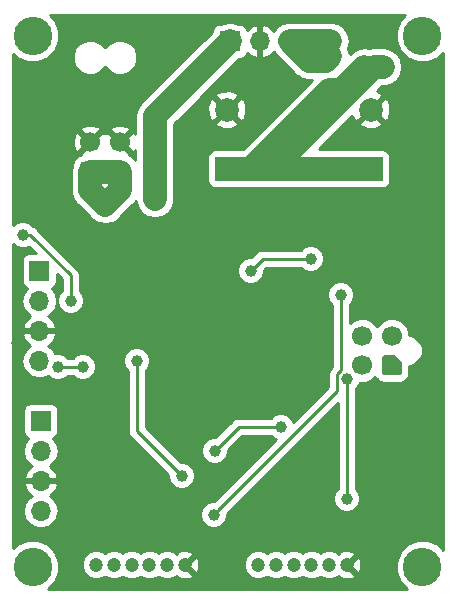
<source format=gbr>
G04 #@! TF.GenerationSoftware,KiCad,Pcbnew,(5.0.2)-1*
G04 #@! TF.CreationDate,2020-03-11T11:41:09-07:00*
G04 #@! TF.ProjectId,powerControl,706f7765-7243-46f6-9e74-726f6c2e6b69,rev?*
G04 #@! TF.SameCoordinates,Original*
G04 #@! TF.FileFunction,Copper,L2,Bot*
G04 #@! TF.FilePolarity,Positive*
%FSLAX46Y46*%
G04 Gerber Fmt 4.6, Leading zero omitted, Abs format (unit mm)*
G04 Created by KiCad (PCBNEW (5.0.2)-1) date 3/11/2020 11:41:09 AM*
%MOMM*%
%LPD*%
G01*
G04 APERTURE LIST*
G04 #@! TA.AperFunction,ComponentPad*
%ADD10R,1.700000X1.700000*%
G04 #@! TD*
G04 #@! TA.AperFunction,ComponentPad*
%ADD11O,1.700000X1.700000*%
G04 #@! TD*
G04 #@! TA.AperFunction,ComponentPad*
%ADD12C,2.000000*%
G04 #@! TD*
G04 #@! TA.AperFunction,ComponentPad*
%ADD13R,2.000000X2.000000*%
G04 #@! TD*
G04 #@! TA.AperFunction,ComponentPad*
%ADD14C,1.417157*%
G04 #@! TD*
G04 #@! TA.AperFunction,Conductor*
%ADD15C,0.100000*%
G04 #@! TD*
G04 #@! TA.AperFunction,ComponentPad*
%ADD16C,1.700000*%
G04 #@! TD*
G04 #@! TA.AperFunction,ComponentPad*
%ADD17C,1.200000*%
G04 #@! TD*
G04 #@! TA.AperFunction,ComponentPad*
%ADD18C,3.260000*%
G04 #@! TD*
G04 #@! TA.AperFunction,ViaPad*
%ADD19C,1.000000*%
G04 #@! TD*
G04 #@! TA.AperFunction,Conductor*
%ADD20C,2.000000*%
G04 #@! TD*
G04 #@! TA.AperFunction,Conductor*
%ADD21C,0.250000*%
G04 #@! TD*
G04 #@! TA.AperFunction,Conductor*
%ADD22C,0.254000*%
G04 #@! TD*
G04 APERTURE END LIST*
D10*
G04 #@! TO.P,J1,1*
G04 #@! TO.N,/Vbatt_out*
X75565000Y-57912000D03*
D11*
G04 #@! TO.P,J1,2*
X75565000Y-60452000D03*
G04 #@! TO.P,J1,3*
G04 #@! TO.N,GND*
X75565000Y-62992000D03*
G04 #@! TO.P,J1,4*
G04 #@! TO.N,/5V*
X75565000Y-65532000D03*
G04 #@! TD*
D12*
G04 #@! TO.P,C2,2*
G04 #@! TO.N,GND*
X91440000Y-44276000D03*
D13*
G04 #@! TO.P,C2,1*
G04 #@! TO.N,V_LED*
X91440000Y-49276000D03*
G04 #@! TD*
G04 #@! TO.P,C1,1*
G04 #@! TO.N,V_LED*
X103632000Y-49276000D03*
D12*
G04 #@! TO.P,C1,2*
G04 #@! TO.N,GND*
X103632000Y-44276000D03*
G04 #@! TD*
D14*
G04 #@! TO.P,J11,1*
G04 #@! TO.N,LED1+*
X105410000Y-65913000D03*
D15*
G04 #@! TD*
G04 #@! TO.N,LED1+*
G04 #@! TO.C,J11*
G36*
X104761227Y-66758196D02*
X104714329Y-66743970D01*
X104671107Y-66720867D01*
X104633223Y-66689777D01*
X104602133Y-66651893D01*
X104579030Y-66608671D01*
X104564804Y-66561773D01*
X104560000Y-66513000D01*
X104560000Y-65313000D01*
X104564804Y-65264227D01*
X104579030Y-65217329D01*
X104602133Y-65174107D01*
X104633223Y-65136223D01*
X104671107Y-65105133D01*
X104714329Y-65082030D01*
X104761227Y-65067804D01*
X104810000Y-65063000D01*
X105610000Y-65063000D01*
X105658773Y-65067804D01*
X105705671Y-65082030D01*
X105748893Y-65105133D01*
X105786777Y-65136223D01*
X106186777Y-65536223D01*
X106217867Y-65574107D01*
X106240970Y-65617329D01*
X106255196Y-65664227D01*
X106260000Y-65713000D01*
X106260000Y-66513000D01*
X106255196Y-66561773D01*
X106240970Y-66608671D01*
X106217867Y-66651893D01*
X106186777Y-66689777D01*
X106148893Y-66720867D01*
X106105671Y-66743970D01*
X106058773Y-66758196D01*
X106010000Y-66763000D01*
X104810000Y-66763000D01*
X104761227Y-66758196D01*
X104761227Y-66758196D01*
G37*
D16*
G04 #@! TO.P,J11,2*
G04 #@! TO.N,LED2+*
X105410000Y-63413000D03*
G04 #@! TO.P,J11,3*
G04 #@! TO.N,LED-*
X102910000Y-65913000D03*
G04 #@! TO.P,J11,4*
X102910000Y-63413000D03*
G04 #@! TD*
D10*
G04 #@! TO.P,J9,1*
G04 #@! TO.N,/Vbatt_out*
X75692000Y-70612000D03*
D11*
G04 #@! TO.P,J9,2*
X75692000Y-73152000D03*
G04 #@! TO.P,J9,3*
G04 #@! TO.N,GND*
X75692000Y-75692000D03*
G04 #@! TO.P,J9,4*
G04 #@! TO.N,/3.3V*
X75692000Y-78232000D03*
G04 #@! TD*
D17*
G04 #@! TO.P,J10,1*
G04 #@! TO.N,GND*
X101600000Y-82804000D03*
G04 #@! TO.P,J10,2*
G04 #@! TO.N,I_LED*
X100100000Y-82804000D03*
G04 #@! TO.P,J10,3*
G04 #@! TO.N,Flash*
X98600000Y-82804000D03*
G04 #@! TO.P,J10,4*
G04 #@! TO.N,Torch*
X97100000Y-82804000D03*
G04 #@! TO.P,J10,5*
G04 #@! TO.N,LED_EN1*
X95600000Y-82804000D03*
G04 #@! TO.P,J10,6*
G04 #@! TO.N,LED_EN2*
X94100000Y-82804000D03*
G04 #@! TD*
D15*
G04 #@! TO.N,/Vbatt_in*
G04 #@! TO.C,J3*
G36*
X80507504Y-48681204D02*
X80531773Y-48684804D01*
X80555571Y-48690765D01*
X80578671Y-48699030D01*
X80600849Y-48709520D01*
X80621893Y-48722133D01*
X80641598Y-48736747D01*
X80659777Y-48753223D01*
X80676253Y-48771402D01*
X80690867Y-48791107D01*
X80703480Y-48812151D01*
X80713970Y-48834329D01*
X80722235Y-48857429D01*
X80728196Y-48881227D01*
X80731796Y-48905496D01*
X80733000Y-48930000D01*
X80733000Y-50130000D01*
X80731796Y-50154504D01*
X80728196Y-50178773D01*
X80722235Y-50202571D01*
X80713970Y-50225671D01*
X80703480Y-50247849D01*
X80690867Y-50268893D01*
X80676253Y-50288598D01*
X80659777Y-50306777D01*
X80641598Y-50323253D01*
X80621893Y-50337867D01*
X80600849Y-50350480D01*
X80578671Y-50360970D01*
X80555571Y-50369235D01*
X80531773Y-50375196D01*
X80507504Y-50378796D01*
X80483000Y-50380000D01*
X79283000Y-50380000D01*
X79258496Y-50378796D01*
X79234227Y-50375196D01*
X79210429Y-50369235D01*
X79187329Y-50360970D01*
X79165151Y-50350480D01*
X79144107Y-50337867D01*
X79124402Y-50323253D01*
X79106223Y-50306777D01*
X79089747Y-50288598D01*
X79075133Y-50268893D01*
X79062520Y-50247849D01*
X79052030Y-50225671D01*
X79043765Y-50202571D01*
X79037804Y-50178773D01*
X79034204Y-50154504D01*
X79033000Y-50130000D01*
X79033000Y-48930000D01*
X79034204Y-48905496D01*
X79037804Y-48881227D01*
X79043765Y-48857429D01*
X79052030Y-48834329D01*
X79062520Y-48812151D01*
X79075133Y-48791107D01*
X79089747Y-48771402D01*
X79106223Y-48753223D01*
X79124402Y-48736747D01*
X79144107Y-48722133D01*
X79165151Y-48709520D01*
X79187329Y-48699030D01*
X79210429Y-48690765D01*
X79234227Y-48684804D01*
X79258496Y-48681204D01*
X79283000Y-48680000D01*
X80483000Y-48680000D01*
X80507504Y-48681204D01*
X80507504Y-48681204D01*
G37*
D16*
G04 #@! TD*
G04 #@! TO.P,J3,1*
G04 #@! TO.N,/Vbatt_in*
X79883000Y-49530000D03*
G04 #@! TO.P,J3,2*
G04 #@! TO.N,/Vbatt_in*
X82383000Y-49530000D03*
G04 #@! TO.P,J3,3*
G04 #@! TO.N,GND*
X79883000Y-47030000D03*
G04 #@! TO.P,J3,4*
X82383000Y-47030000D03*
G04 #@! TD*
D18*
G04 #@! TO.P,J4,1*
G04 #@! TO.N,Net-(J4-Pad1)*
X108000000Y-83000000D03*
G04 #@! TD*
D11*
G04 #@! TO.P,J8,3*
G04 #@! TO.N,/12V*
X96774000Y-38481000D03*
G04 #@! TO.P,J8,2*
G04 #@! TO.N,GND*
X94234000Y-38481000D03*
D10*
G04 #@! TO.P,J8,1*
G04 #@! TO.N,/Vbatt_out*
X91694000Y-38481000D03*
G04 #@! TD*
D18*
G04 #@! TO.P,J5,1*
G04 #@! TO.N,Net-(J5-Pad1)*
X108000000Y-38000000D03*
G04 #@! TD*
G04 #@! TO.P,J6,1*
G04 #@! TO.N,Net-(J6-Pad1)*
X75000000Y-83000000D03*
G04 #@! TD*
G04 #@! TO.P,J7,1*
G04 #@! TO.N,Net-(J7-Pad1)*
X75000000Y-38000000D03*
G04 #@! TD*
D17*
G04 #@! TO.P,J2,6*
G04 #@! TO.N,/5V*
X80384000Y-82804000D03*
G04 #@! TO.P,J2,5*
G04 #@! TO.N,/5V_EN*
X81884000Y-82804000D03*
G04 #@! TO.P,J2,4*
G04 #@! TO.N,/3.3V*
X83384000Y-82804000D03*
G04 #@! TO.P,J2,3*
G04 #@! TO.N,/I_batt*
X84884000Y-82804000D03*
G04 #@! TO.P,J2,2*
G04 #@! TO.N,/batt_sense*
X86384000Y-82804000D03*
G04 #@! TO.P,J2,1*
G04 #@! TO.N,GND*
X87884000Y-82804000D03*
G04 #@! TD*
D19*
G04 #@! TO.N,GND*
X87884000Y-72644000D03*
X74168000Y-52324000D03*
X97470000Y-59387002D03*
X99060000Y-59944000D03*
X93980000Y-61933068D03*
X95520999Y-59927001D03*
X73660000Y-64008000D03*
X78232000Y-76708000D03*
X105664000Y-74676000D03*
X105156000Y-73152000D03*
G04 #@! TO.N,/Vbatt_out*
X85344000Y-51816000D03*
X79248000Y-66040000D03*
X77115001Y-66040000D03*
G04 #@! TO.N,/Vbatt_in*
X81153000Y-52321000D03*
G04 #@! TO.N,/12V*
X100197000Y-38481000D03*
X100203000Y-39751000D03*
G04 #@! TO.N,/I_batt*
X78232000Y-60452000D03*
X74168000Y-54864000D03*
G04 #@! TO.N,Flash*
X101600000Y-67056000D03*
X101600000Y-77216000D03*
G04 #@! TO.N,Torch*
X83820000Y-65532000D03*
X87618328Y-75270193D03*
G04 #@! TO.N,V_LED*
X104648000Y-40640000D03*
X101092000Y-42624000D03*
X103076000Y-40640000D03*
G04 #@! TO.N,Net-(Q3-Pad1)*
X98552000Y-56896000D03*
X93472000Y-57912000D03*
G04 #@! TO.N,Net-(Q6-Pad4)*
X90424000Y-73152000D03*
X96012000Y-71120000D03*
G04 #@! TO.N,LED_EN2*
X101092000Y-59944000D03*
X90318289Y-78549010D03*
G04 #@! TD*
D20*
G04 #@! TO.N,/Vbatt_out*
X91694000Y-38481000D02*
X85344000Y-44831000D01*
X85344000Y-44831000D02*
X85344000Y-51816000D01*
D21*
X79248000Y-66040000D02*
X77115001Y-66040000D01*
D20*
G04 #@! TO.N,/Vbatt_in*
X82383000Y-49530000D02*
X82383000Y-51091000D01*
X82383000Y-51091000D02*
X81153000Y-52321000D01*
X79883000Y-51051000D02*
X81153000Y-52321000D01*
X79883000Y-49530000D02*
X79883000Y-51051000D01*
X82383000Y-49530000D02*
X79883000Y-49530000D01*
G04 #@! TO.N,/12V*
X96774000Y-38481000D02*
X100197000Y-38481000D01*
X96774000Y-38481000D02*
X98425000Y-40132000D01*
X98425000Y-40132000D02*
X99822000Y-40132000D01*
X99822000Y-40132000D02*
X100203000Y-39751000D01*
D21*
G04 #@! TO.N,/I_batt*
X74802002Y-54864000D02*
X74168000Y-54864000D01*
X78232000Y-60452000D02*
X78232000Y-58293998D01*
X78232000Y-58293998D02*
X74802002Y-54864000D01*
G04 #@! TO.N,Flash*
X101600000Y-67056000D02*
X101600000Y-77216000D01*
G04 #@! TO.N,Torch*
X87118329Y-74770194D02*
X87618328Y-75270193D01*
X83820000Y-71471865D02*
X87118329Y-74770194D01*
X83820000Y-65532000D02*
X83820000Y-71471865D01*
D20*
G04 #@! TO.N,V_LED*
X95304894Y-49276000D02*
X94440000Y-49276000D01*
X103940894Y-40640000D02*
X95304894Y-49276000D01*
X104648000Y-40640000D02*
X103940894Y-40640000D01*
X100632000Y-49276000D02*
X95304894Y-49276000D01*
X103632000Y-49276000D02*
X100632000Y-49276000D01*
X100124000Y-42624000D02*
X93472000Y-49276000D01*
X101092000Y-42624000D02*
X100124000Y-42624000D01*
X94440000Y-49276000D02*
X93472000Y-49276000D01*
X93472000Y-49276000D02*
X91440000Y-49276000D01*
X101092000Y-42624000D02*
X103076000Y-40640000D01*
D21*
G04 #@! TO.N,Net-(Q3-Pad1)*
X98552000Y-56896000D02*
X94488000Y-56896000D01*
X94488000Y-56896000D02*
X93472000Y-57912000D01*
G04 #@! TO.N,Net-(Q6-Pad4)*
X92456000Y-71120000D02*
X96012000Y-71120000D01*
X90424000Y-73152000D02*
X92456000Y-71120000D01*
G04 #@! TO.N,LED_EN2*
X100774999Y-68092300D02*
X90818288Y-78049011D01*
X101092000Y-59944000D02*
X101092000Y-66342998D01*
X101092000Y-66342998D02*
X100774999Y-66659999D01*
X100774999Y-66659999D02*
X100774999Y-68092300D01*
X90818288Y-78049011D02*
X90318289Y-78549010D01*
G04 #@! TD*
D22*
G04 #@! TO.N,GND*
G36*
X106079826Y-36716981D02*
X105735000Y-37549463D01*
X105735000Y-38450537D01*
X106079826Y-39283019D01*
X106716981Y-39920174D01*
X107549463Y-40265000D01*
X108450537Y-40265000D01*
X109283019Y-39920174D01*
X109755000Y-39448193D01*
X109755001Y-81551808D01*
X109283019Y-81079826D01*
X108450537Y-80735000D01*
X107549463Y-80735000D01*
X106716981Y-81079826D01*
X106079826Y-81716981D01*
X105735000Y-82549463D01*
X105735000Y-83450537D01*
X106079826Y-84283019D01*
X106659807Y-84863000D01*
X76340193Y-84863000D01*
X76920174Y-84283019D01*
X77265000Y-83450537D01*
X77265000Y-82558343D01*
X79149000Y-82558343D01*
X79149000Y-83049657D01*
X79337018Y-83503571D01*
X79684429Y-83850982D01*
X80138343Y-84039000D01*
X80629657Y-84039000D01*
X81083571Y-83850982D01*
X81134000Y-83800553D01*
X81184429Y-83850982D01*
X81638343Y-84039000D01*
X82129657Y-84039000D01*
X82583571Y-83850982D01*
X82634000Y-83800553D01*
X82684429Y-83850982D01*
X83138343Y-84039000D01*
X83629657Y-84039000D01*
X84083571Y-83850982D01*
X84134000Y-83800553D01*
X84184429Y-83850982D01*
X84638343Y-84039000D01*
X85129657Y-84039000D01*
X85583571Y-83850982D01*
X85634000Y-83800553D01*
X85684429Y-83850982D01*
X86138343Y-84039000D01*
X86629657Y-84039000D01*
X87083571Y-83850982D01*
X87212926Y-83721627D01*
X87250383Y-83892164D01*
X87715036Y-84051807D01*
X88205413Y-84021482D01*
X88517617Y-83892164D01*
X88567130Y-83666735D01*
X87884000Y-82983605D01*
X87869858Y-82997748D01*
X87690253Y-82818143D01*
X87704395Y-82804000D01*
X88063605Y-82804000D01*
X88746735Y-83487130D01*
X88972164Y-83437617D01*
X89131807Y-82972964D01*
X89106167Y-82558343D01*
X92865000Y-82558343D01*
X92865000Y-83049657D01*
X93053018Y-83503571D01*
X93400429Y-83850982D01*
X93854343Y-84039000D01*
X94345657Y-84039000D01*
X94799571Y-83850982D01*
X94850000Y-83800553D01*
X94900429Y-83850982D01*
X95354343Y-84039000D01*
X95845657Y-84039000D01*
X96299571Y-83850982D01*
X96350000Y-83800553D01*
X96400429Y-83850982D01*
X96854343Y-84039000D01*
X97345657Y-84039000D01*
X97799571Y-83850982D01*
X97850000Y-83800553D01*
X97900429Y-83850982D01*
X98354343Y-84039000D01*
X98845657Y-84039000D01*
X99299571Y-83850982D01*
X99350000Y-83800553D01*
X99400429Y-83850982D01*
X99854343Y-84039000D01*
X100345657Y-84039000D01*
X100799571Y-83850982D01*
X100928926Y-83721627D01*
X100966383Y-83892164D01*
X101431036Y-84051807D01*
X101921413Y-84021482D01*
X102233617Y-83892164D01*
X102283130Y-83666735D01*
X101600000Y-82983605D01*
X101585858Y-82997748D01*
X101406253Y-82818143D01*
X101420395Y-82804000D01*
X101779605Y-82804000D01*
X102462735Y-83487130D01*
X102688164Y-83437617D01*
X102847807Y-82972964D01*
X102817482Y-82482587D01*
X102688164Y-82170383D01*
X102462735Y-82120870D01*
X101779605Y-82804000D01*
X101420395Y-82804000D01*
X101406253Y-82789858D01*
X101585858Y-82610253D01*
X101600000Y-82624395D01*
X102283130Y-81941265D01*
X102233617Y-81715836D01*
X101768964Y-81556193D01*
X101278587Y-81586518D01*
X100966383Y-81715836D01*
X100928926Y-81886373D01*
X100799571Y-81757018D01*
X100345657Y-81569000D01*
X99854343Y-81569000D01*
X99400429Y-81757018D01*
X99350000Y-81807447D01*
X99299571Y-81757018D01*
X98845657Y-81569000D01*
X98354343Y-81569000D01*
X97900429Y-81757018D01*
X97850000Y-81807447D01*
X97799571Y-81757018D01*
X97345657Y-81569000D01*
X96854343Y-81569000D01*
X96400429Y-81757018D01*
X96350000Y-81807447D01*
X96299571Y-81757018D01*
X95845657Y-81569000D01*
X95354343Y-81569000D01*
X94900429Y-81757018D01*
X94850000Y-81807447D01*
X94799571Y-81757018D01*
X94345657Y-81569000D01*
X93854343Y-81569000D01*
X93400429Y-81757018D01*
X93053018Y-82104429D01*
X92865000Y-82558343D01*
X89106167Y-82558343D01*
X89101482Y-82482587D01*
X88972164Y-82170383D01*
X88746735Y-82120870D01*
X88063605Y-82804000D01*
X87704395Y-82804000D01*
X87690253Y-82789858D01*
X87869858Y-82610253D01*
X87884000Y-82624395D01*
X88567130Y-81941265D01*
X88517617Y-81715836D01*
X88052964Y-81556193D01*
X87562587Y-81586518D01*
X87250383Y-81715836D01*
X87212926Y-81886373D01*
X87083571Y-81757018D01*
X86629657Y-81569000D01*
X86138343Y-81569000D01*
X85684429Y-81757018D01*
X85634000Y-81807447D01*
X85583571Y-81757018D01*
X85129657Y-81569000D01*
X84638343Y-81569000D01*
X84184429Y-81757018D01*
X84134000Y-81807447D01*
X84083571Y-81757018D01*
X83629657Y-81569000D01*
X83138343Y-81569000D01*
X82684429Y-81757018D01*
X82634000Y-81807447D01*
X82583571Y-81757018D01*
X82129657Y-81569000D01*
X81638343Y-81569000D01*
X81184429Y-81757018D01*
X81134000Y-81807447D01*
X81083571Y-81757018D01*
X80629657Y-81569000D01*
X80138343Y-81569000D01*
X79684429Y-81757018D01*
X79337018Y-82104429D01*
X79149000Y-82558343D01*
X77265000Y-82558343D01*
X77265000Y-82549463D01*
X76920174Y-81716981D01*
X76283019Y-81079826D01*
X75450537Y-80735000D01*
X74549463Y-80735000D01*
X73716981Y-81079826D01*
X73379000Y-81417807D01*
X73379000Y-78232000D01*
X74177908Y-78232000D01*
X74293161Y-78811418D01*
X74621375Y-79302625D01*
X75112582Y-79630839D01*
X75545744Y-79717000D01*
X75838256Y-79717000D01*
X76271418Y-79630839D01*
X76762625Y-79302625D01*
X77090839Y-78811418D01*
X77187942Y-78323244D01*
X89183289Y-78323244D01*
X89183289Y-78774776D01*
X89356082Y-79191936D01*
X89675363Y-79511217D01*
X90092523Y-79684010D01*
X90544055Y-79684010D01*
X90961215Y-79511217D01*
X91280496Y-79191936D01*
X91453289Y-78774776D01*
X91453289Y-78488811D01*
X100840000Y-69102101D01*
X100840001Y-76370866D01*
X100637793Y-76573074D01*
X100465000Y-76990234D01*
X100465000Y-77441766D01*
X100637793Y-77858926D01*
X100957074Y-78178207D01*
X101374234Y-78351000D01*
X101825766Y-78351000D01*
X102242926Y-78178207D01*
X102562207Y-77858926D01*
X102735000Y-77441766D01*
X102735000Y-76990234D01*
X102562207Y-76573074D01*
X102360000Y-76370867D01*
X102360000Y-67901133D01*
X102562207Y-67698926D01*
X102686854Y-67398000D01*
X103205385Y-67398000D01*
X103751185Y-67171922D01*
X104008456Y-66914651D01*
X104031144Y-66957098D01*
X104101651Y-67062620D01*
X104132741Y-67100504D01*
X104222496Y-67190259D01*
X104260380Y-67221349D01*
X104365902Y-67291856D01*
X104409124Y-67314959D01*
X104526391Y-67363533D01*
X104573289Y-67377759D01*
X104697763Y-67402518D01*
X104746536Y-67407322D01*
X104810000Y-67410440D01*
X106010000Y-67410440D01*
X106073464Y-67407322D01*
X106122237Y-67402518D01*
X106246711Y-67377759D01*
X106293609Y-67363533D01*
X106410876Y-67314959D01*
X106454098Y-67291856D01*
X106559620Y-67221349D01*
X106597504Y-67190259D01*
X106687259Y-67100504D01*
X106718349Y-67062620D01*
X106788856Y-66957098D01*
X106811959Y-66913876D01*
X106860533Y-66796609D01*
X106874759Y-66749711D01*
X106899518Y-66625237D01*
X106904322Y-66576464D01*
X106907440Y-66513000D01*
X106907440Y-65948000D01*
X107005602Y-65948000D01*
X107477894Y-65752371D01*
X107839371Y-65390894D01*
X108035000Y-64918602D01*
X108035000Y-64407398D01*
X107839371Y-63935106D01*
X107477894Y-63573629D01*
X107005602Y-63378000D01*
X106895000Y-63378000D01*
X106895000Y-63117615D01*
X106668922Y-62571815D01*
X106251185Y-62154078D01*
X105705385Y-61928000D01*
X105114615Y-61928000D01*
X104568815Y-62154078D01*
X104160000Y-62562893D01*
X103751185Y-62154078D01*
X103205385Y-61928000D01*
X102614615Y-61928000D01*
X102068815Y-62154078D01*
X101852000Y-62370893D01*
X101852000Y-60789133D01*
X102054207Y-60586926D01*
X102227000Y-60169766D01*
X102227000Y-59718234D01*
X102054207Y-59301074D01*
X101734926Y-58981793D01*
X101317766Y-58809000D01*
X100866234Y-58809000D01*
X100449074Y-58981793D01*
X100129793Y-59301074D01*
X99957000Y-59718234D01*
X99957000Y-60169766D01*
X100129793Y-60586926D01*
X100332000Y-60789133D01*
X100332001Y-66028196D01*
X100290529Y-66069668D01*
X100227070Y-66112070D01*
X100059095Y-66363463D01*
X100014999Y-66585148D01*
X100014999Y-66585152D01*
X100000111Y-66659999D01*
X100014999Y-66734846D01*
X100015000Y-67777497D01*
X97074147Y-70718351D01*
X96974207Y-70477074D01*
X96654926Y-70157793D01*
X96237766Y-69985000D01*
X95786234Y-69985000D01*
X95369074Y-70157793D01*
X95166867Y-70360000D01*
X92530847Y-70360000D01*
X92456000Y-70345112D01*
X92381153Y-70360000D01*
X92381148Y-70360000D01*
X92159463Y-70404096D01*
X91908071Y-70572071D01*
X91865671Y-70635527D01*
X90484199Y-72017000D01*
X90198234Y-72017000D01*
X89781074Y-72189793D01*
X89461793Y-72509074D01*
X89289000Y-72926234D01*
X89289000Y-73377766D01*
X89461793Y-73794926D01*
X89781074Y-74114207D01*
X90198234Y-74287000D01*
X90649766Y-74287000D01*
X91066926Y-74114207D01*
X91386207Y-73794926D01*
X91559000Y-73377766D01*
X91559000Y-73091801D01*
X92770802Y-71880000D01*
X95166867Y-71880000D01*
X95369074Y-72082207D01*
X95610351Y-72182147D01*
X90378488Y-77414010D01*
X90092523Y-77414010D01*
X89675363Y-77586803D01*
X89356082Y-77906084D01*
X89183289Y-78323244D01*
X77187942Y-78323244D01*
X77206092Y-78232000D01*
X77090839Y-77652582D01*
X76762625Y-77161375D01*
X76443522Y-76948157D01*
X76573358Y-76887183D01*
X76963645Y-76458924D01*
X77133476Y-76048890D01*
X77012155Y-75819000D01*
X75819000Y-75819000D01*
X75819000Y-75839000D01*
X75565000Y-75839000D01*
X75565000Y-75819000D01*
X74371845Y-75819000D01*
X74250524Y-76048890D01*
X74420355Y-76458924D01*
X74810642Y-76887183D01*
X74940478Y-76948157D01*
X74621375Y-77161375D01*
X74293161Y-77652582D01*
X74177908Y-78232000D01*
X73379000Y-78232000D01*
X73379000Y-73152000D01*
X74177908Y-73152000D01*
X74293161Y-73731418D01*
X74621375Y-74222625D01*
X74940478Y-74435843D01*
X74810642Y-74496817D01*
X74420355Y-74925076D01*
X74250524Y-75335110D01*
X74371845Y-75565000D01*
X75565000Y-75565000D01*
X75565000Y-75545000D01*
X75819000Y-75545000D01*
X75819000Y-75565000D01*
X77012155Y-75565000D01*
X77133476Y-75335110D01*
X76963645Y-74925076D01*
X76573358Y-74496817D01*
X76443522Y-74435843D01*
X76762625Y-74222625D01*
X77090839Y-73731418D01*
X77206092Y-73152000D01*
X77090839Y-72572582D01*
X76762625Y-72081375D01*
X76744381Y-72069184D01*
X76789765Y-72060157D01*
X76999809Y-71919809D01*
X77140157Y-71709765D01*
X77189440Y-71462000D01*
X77189440Y-69762000D01*
X77140157Y-69514235D01*
X76999809Y-69304191D01*
X76789765Y-69163843D01*
X76542000Y-69114560D01*
X74842000Y-69114560D01*
X74594235Y-69163843D01*
X74384191Y-69304191D01*
X74243843Y-69514235D01*
X74194560Y-69762000D01*
X74194560Y-71462000D01*
X74243843Y-71709765D01*
X74384191Y-71919809D01*
X74594235Y-72060157D01*
X74639619Y-72069184D01*
X74621375Y-72081375D01*
X74293161Y-72572582D01*
X74177908Y-73152000D01*
X73379000Y-73152000D01*
X73379000Y-65532000D01*
X74050908Y-65532000D01*
X74166161Y-66111418D01*
X74494375Y-66602625D01*
X74985582Y-66930839D01*
X75418744Y-67017000D01*
X75711256Y-67017000D01*
X76144418Y-66930839D01*
X76298052Y-66828184D01*
X76472075Y-67002207D01*
X76889235Y-67175000D01*
X77340767Y-67175000D01*
X77757927Y-67002207D01*
X77960134Y-66800000D01*
X78402867Y-66800000D01*
X78605074Y-67002207D01*
X79022234Y-67175000D01*
X79473766Y-67175000D01*
X79890926Y-67002207D01*
X80210207Y-66682926D01*
X80383000Y-66265766D01*
X80383000Y-65814234D01*
X80210207Y-65397074D01*
X80119367Y-65306234D01*
X82685000Y-65306234D01*
X82685000Y-65757766D01*
X82857793Y-66174926D01*
X83060000Y-66377133D01*
X83060001Y-71397013D01*
X83045112Y-71471865D01*
X83104097Y-71768402D01*
X83178665Y-71880000D01*
X83272072Y-72019794D01*
X83335528Y-72062194D01*
X86483328Y-75209995D01*
X86483328Y-75495959D01*
X86656121Y-75913119D01*
X86975402Y-76232400D01*
X87392562Y-76405193D01*
X87844094Y-76405193D01*
X88261254Y-76232400D01*
X88580535Y-75913119D01*
X88753328Y-75495959D01*
X88753328Y-75044427D01*
X88580535Y-74627267D01*
X88261254Y-74307986D01*
X87844094Y-74135193D01*
X87558130Y-74135193D01*
X84580000Y-71157064D01*
X84580000Y-66377133D01*
X84782207Y-66174926D01*
X84955000Y-65757766D01*
X84955000Y-65306234D01*
X84782207Y-64889074D01*
X84462926Y-64569793D01*
X84045766Y-64397000D01*
X83594234Y-64397000D01*
X83177074Y-64569793D01*
X82857793Y-64889074D01*
X82685000Y-65306234D01*
X80119367Y-65306234D01*
X79890926Y-65077793D01*
X79473766Y-64905000D01*
X79022234Y-64905000D01*
X78605074Y-65077793D01*
X78402867Y-65280000D01*
X77960134Y-65280000D01*
X77757927Y-65077793D01*
X77340767Y-64905000D01*
X76932046Y-64905000D01*
X76635625Y-64461375D01*
X76316522Y-64248157D01*
X76446358Y-64187183D01*
X76836645Y-63758924D01*
X77006476Y-63348890D01*
X76885155Y-63119000D01*
X75692000Y-63119000D01*
X75692000Y-63139000D01*
X75438000Y-63139000D01*
X75438000Y-63119000D01*
X74244845Y-63119000D01*
X74123524Y-63348890D01*
X74293355Y-63758924D01*
X74683642Y-64187183D01*
X74813478Y-64248157D01*
X74494375Y-64461375D01*
X74166161Y-64952582D01*
X74050908Y-65532000D01*
X73379000Y-65532000D01*
X73379000Y-55680133D01*
X73525074Y-55826207D01*
X73942234Y-55999000D01*
X74393766Y-55999000D01*
X74725000Y-55861799D01*
X75277761Y-56414560D01*
X74715000Y-56414560D01*
X74467235Y-56463843D01*
X74257191Y-56604191D01*
X74116843Y-56814235D01*
X74067560Y-57062000D01*
X74067560Y-58762000D01*
X74116843Y-59009765D01*
X74257191Y-59219809D01*
X74467235Y-59360157D01*
X74512619Y-59369184D01*
X74494375Y-59381375D01*
X74166161Y-59872582D01*
X74050908Y-60452000D01*
X74166161Y-61031418D01*
X74494375Y-61522625D01*
X74813478Y-61735843D01*
X74683642Y-61796817D01*
X74293355Y-62225076D01*
X74123524Y-62635110D01*
X74244845Y-62865000D01*
X75438000Y-62865000D01*
X75438000Y-62845000D01*
X75692000Y-62845000D01*
X75692000Y-62865000D01*
X76885155Y-62865000D01*
X77006476Y-62635110D01*
X76836645Y-62225076D01*
X76446358Y-61796817D01*
X76316522Y-61735843D01*
X76635625Y-61522625D01*
X76963839Y-61031418D01*
X77079092Y-60452000D01*
X76963839Y-59872582D01*
X76635625Y-59381375D01*
X76617381Y-59369184D01*
X76662765Y-59360157D01*
X76872809Y-59219809D01*
X77013157Y-59009765D01*
X77062440Y-58762000D01*
X77062440Y-58199240D01*
X77472001Y-58608801D01*
X77472000Y-59606867D01*
X77269793Y-59809074D01*
X77097000Y-60226234D01*
X77097000Y-60677766D01*
X77269793Y-61094926D01*
X77589074Y-61414207D01*
X78006234Y-61587000D01*
X78457766Y-61587000D01*
X78874926Y-61414207D01*
X79194207Y-61094926D01*
X79367000Y-60677766D01*
X79367000Y-60226234D01*
X79194207Y-59809074D01*
X78992000Y-59606867D01*
X78992000Y-58368846D01*
X79006888Y-58293998D01*
X78992000Y-58219150D01*
X78992000Y-58219146D01*
X78947904Y-57997461D01*
X78947904Y-57997460D01*
X78822329Y-57809525D01*
X78779929Y-57746069D01*
X78716473Y-57703669D01*
X78699038Y-57686234D01*
X92337000Y-57686234D01*
X92337000Y-58137766D01*
X92509793Y-58554926D01*
X92829074Y-58874207D01*
X93246234Y-59047000D01*
X93697766Y-59047000D01*
X94114926Y-58874207D01*
X94434207Y-58554926D01*
X94607000Y-58137766D01*
X94607000Y-57851802D01*
X94802802Y-57656000D01*
X97706867Y-57656000D01*
X97909074Y-57858207D01*
X98326234Y-58031000D01*
X98777766Y-58031000D01*
X99194926Y-57858207D01*
X99514207Y-57538926D01*
X99687000Y-57121766D01*
X99687000Y-56670234D01*
X99514207Y-56253074D01*
X99194926Y-55933793D01*
X98777766Y-55761000D01*
X98326234Y-55761000D01*
X97909074Y-55933793D01*
X97706867Y-56136000D01*
X94562847Y-56136000D01*
X94488000Y-56121112D01*
X94413153Y-56136000D01*
X94413148Y-56136000D01*
X94191463Y-56180096D01*
X93940071Y-56348071D01*
X93897671Y-56411527D01*
X93532198Y-56777000D01*
X93246234Y-56777000D01*
X92829074Y-56949793D01*
X92509793Y-57269074D01*
X92337000Y-57686234D01*
X78699038Y-57686234D01*
X75392333Y-54379530D01*
X75349931Y-54316071D01*
X75098539Y-54148096D01*
X75046972Y-54137839D01*
X74810926Y-53901793D01*
X74393766Y-53729000D01*
X73942234Y-53729000D01*
X73525074Y-53901793D01*
X73379000Y-54047867D01*
X73379000Y-49530000D01*
X78215969Y-49530000D01*
X78248000Y-49691031D01*
X78248000Y-50889970D01*
X78215969Y-51051000D01*
X78248000Y-51212030D01*
X78248000Y-51212031D01*
X78342865Y-51688945D01*
X78704232Y-52229769D01*
X78840748Y-52320986D01*
X79883018Y-53363257D01*
X79974232Y-53499768D01*
X80110743Y-53590982D01*
X80110746Y-53590985D01*
X80515054Y-53861135D01*
X80641950Y-53886376D01*
X81153000Y-53988031D01*
X81790945Y-53861135D01*
X82195253Y-53590985D01*
X82195254Y-53590984D01*
X82331768Y-53499768D01*
X82422983Y-53363255D01*
X83425252Y-52360987D01*
X83561769Y-52269769D01*
X83720097Y-52032814D01*
X83803865Y-52453945D01*
X84165232Y-52994769D01*
X84706056Y-53356136D01*
X85344000Y-53483031D01*
X85981945Y-53356136D01*
X86522769Y-52994769D01*
X86884136Y-52453945D01*
X86979000Y-51977031D01*
X86979000Y-49276000D01*
X89772969Y-49276000D01*
X89792560Y-49374491D01*
X89792560Y-50276000D01*
X89841843Y-50523765D01*
X89982191Y-50733809D01*
X90192235Y-50874157D01*
X90440000Y-50923440D01*
X92440000Y-50923440D01*
X92502541Y-50911000D01*
X93310970Y-50911000D01*
X93472000Y-50943031D01*
X93633030Y-50911000D01*
X95143864Y-50911000D01*
X95304894Y-50943031D01*
X95465924Y-50911000D01*
X102569459Y-50911000D01*
X102632000Y-50923440D01*
X104632000Y-50923440D01*
X104879765Y-50874157D01*
X105089809Y-50733809D01*
X105230157Y-50523765D01*
X105279440Y-50276000D01*
X105279440Y-49374491D01*
X105299031Y-49276000D01*
X105279440Y-49177509D01*
X105279440Y-48276000D01*
X105230157Y-48028235D01*
X105089809Y-47818191D01*
X104879765Y-47677843D01*
X104632000Y-47628560D01*
X102632000Y-47628560D01*
X102569459Y-47641000D01*
X99252132Y-47641000D01*
X101464600Y-45428532D01*
X102659073Y-45428532D01*
X102757736Y-45695387D01*
X103367461Y-45921908D01*
X104017460Y-45897856D01*
X104506264Y-45695387D01*
X104604927Y-45428532D01*
X103632000Y-44455605D01*
X102659073Y-45428532D01*
X101464600Y-45428532D01*
X102075028Y-44818104D01*
X102212613Y-45150264D01*
X102479468Y-45248927D01*
X103452395Y-44276000D01*
X103811605Y-44276000D01*
X104784532Y-45248927D01*
X105051387Y-45150264D01*
X105277908Y-44540539D01*
X105253856Y-43890540D01*
X105051387Y-43401736D01*
X104784532Y-43303073D01*
X103811605Y-44276000D01*
X103452395Y-44276000D01*
X103438253Y-44261858D01*
X103617858Y-44082253D01*
X103632000Y-44096395D01*
X104604927Y-43123468D01*
X104506264Y-42856613D01*
X104163763Y-42729369D01*
X104618133Y-42275000D01*
X104809031Y-42275000D01*
X105285945Y-42180136D01*
X105826769Y-41818769D01*
X106188136Y-41277945D01*
X106315031Y-40640000D01*
X106188136Y-40002055D01*
X105826769Y-39461231D01*
X105285945Y-39099864D01*
X104809031Y-39005000D01*
X104101919Y-39005000D01*
X103940893Y-38972970D01*
X103779867Y-39005000D01*
X103779863Y-39005000D01*
X103508447Y-39058988D01*
X103076000Y-38972969D01*
X102438054Y-39099864D01*
X102033746Y-39370015D01*
X101833983Y-39569778D01*
X101743135Y-39113055D01*
X101739415Y-39107488D01*
X101864031Y-38481000D01*
X101737136Y-37843055D01*
X101375769Y-37302231D01*
X100834945Y-36940864D01*
X100358031Y-36846000D01*
X96935030Y-36846000D01*
X96774000Y-36813969D01*
X96612970Y-36846000D01*
X96612969Y-36846000D01*
X96136055Y-36940864D01*
X95595231Y-37302231D01*
X95408874Y-37581134D01*
X95000924Y-37209355D01*
X94590890Y-37039524D01*
X94361000Y-37160845D01*
X94361000Y-38354000D01*
X94381000Y-38354000D01*
X94381000Y-38608000D01*
X94361000Y-38608000D01*
X94361000Y-39801155D01*
X94590890Y-39922476D01*
X95000924Y-39752645D01*
X95408874Y-39380866D01*
X95595231Y-39659769D01*
X95731750Y-39750988D01*
X97155014Y-41174252D01*
X97246231Y-41310769D01*
X97447468Y-41445231D01*
X97787054Y-41672136D01*
X98425000Y-41799031D01*
X98586031Y-41767000D01*
X98668761Y-41767000D01*
X92794762Y-47641000D01*
X92502541Y-47641000D01*
X92440000Y-47628560D01*
X90440000Y-47628560D01*
X90192235Y-47677843D01*
X89982191Y-47818191D01*
X89841843Y-48028235D01*
X89792560Y-48276000D01*
X89792560Y-49177509D01*
X89772969Y-49276000D01*
X86979000Y-49276000D01*
X86979000Y-45508238D01*
X87058706Y-45428532D01*
X90467073Y-45428532D01*
X90565736Y-45695387D01*
X91175461Y-45921908D01*
X91825460Y-45897856D01*
X92314264Y-45695387D01*
X92412927Y-45428532D01*
X91440000Y-44455605D01*
X90467073Y-45428532D01*
X87058706Y-45428532D01*
X88475777Y-44011461D01*
X89794092Y-44011461D01*
X89818144Y-44661460D01*
X90020613Y-45150264D01*
X90287468Y-45248927D01*
X91260395Y-44276000D01*
X91619605Y-44276000D01*
X92592532Y-45248927D01*
X92859387Y-45150264D01*
X93085908Y-44540539D01*
X93061856Y-43890540D01*
X92859387Y-43401736D01*
X92592532Y-43303073D01*
X91619605Y-44276000D01*
X91260395Y-44276000D01*
X90287468Y-43303073D01*
X90020613Y-43401736D01*
X89794092Y-44011461D01*
X88475777Y-44011461D01*
X89363770Y-43123468D01*
X90467073Y-43123468D01*
X91440000Y-44096395D01*
X92412927Y-43123468D01*
X92314264Y-42856613D01*
X91704539Y-42630092D01*
X91054540Y-42654144D01*
X90565736Y-42856613D01*
X90467073Y-43123468D01*
X89363770Y-43123468D01*
X92508799Y-39978440D01*
X92544000Y-39978440D01*
X92791765Y-39929157D01*
X93001809Y-39788809D01*
X93142157Y-39578765D01*
X93162739Y-39475292D01*
X93467076Y-39752645D01*
X93877110Y-39922476D01*
X94107000Y-39801155D01*
X94107000Y-38608000D01*
X94087000Y-38608000D01*
X94087000Y-38354000D01*
X94107000Y-38354000D01*
X94107000Y-37160845D01*
X93877110Y-37039524D01*
X93467076Y-37209355D01*
X93162739Y-37486708D01*
X93142157Y-37383235D01*
X93001809Y-37173191D01*
X92791765Y-37032843D01*
X92544000Y-36983560D01*
X92395842Y-36983560D01*
X92331945Y-36940865D01*
X91693999Y-36813969D01*
X91056054Y-36940865D01*
X90992156Y-36983560D01*
X90844000Y-36983560D01*
X90596235Y-37032843D01*
X90386191Y-37173191D01*
X90245843Y-37383235D01*
X90196560Y-37631000D01*
X90196560Y-37666201D01*
X84301750Y-43561012D01*
X84165231Y-43652231D01*
X83803864Y-44193056D01*
X83710693Y-44661460D01*
X83676969Y-44831000D01*
X83709000Y-44992030D01*
X83709000Y-46320136D01*
X83678259Y-46245920D01*
X83426958Y-46165647D01*
X82562605Y-47030000D01*
X83426958Y-47894353D01*
X83678259Y-47814080D01*
X83709000Y-47729336D01*
X83709001Y-48571579D01*
X83561769Y-48351231D01*
X83229666Y-48129327D01*
X83247353Y-48073958D01*
X82383000Y-47209605D01*
X82368858Y-47223748D01*
X82189253Y-47044143D01*
X82203395Y-47030000D01*
X81339042Y-46165647D01*
X81133000Y-46231463D01*
X80926958Y-46165647D01*
X80062605Y-47030000D01*
X80076748Y-47044143D01*
X79897143Y-47223748D01*
X79883000Y-47209605D01*
X79018647Y-48073958D01*
X79022007Y-48084475D01*
X78939565Y-48100874D01*
X78648414Y-48295414D01*
X78453874Y-48586565D01*
X78414405Y-48784986D01*
X78342864Y-48892055D01*
X78215969Y-49530000D01*
X73379000Y-49530000D01*
X73379000Y-46801279D01*
X78386282Y-46801279D01*
X78412685Y-47391458D01*
X78587741Y-47814080D01*
X78839042Y-47894353D01*
X79703395Y-47030000D01*
X78839042Y-46165647D01*
X78587741Y-46245920D01*
X78386282Y-46801279D01*
X73379000Y-46801279D01*
X73379000Y-45986042D01*
X79018647Y-45986042D01*
X79883000Y-46850395D01*
X80747353Y-45986042D01*
X81518647Y-45986042D01*
X82383000Y-46850395D01*
X83247353Y-45986042D01*
X83167080Y-45734741D01*
X82611721Y-45533282D01*
X82021542Y-45559685D01*
X81598920Y-45734741D01*
X81518647Y-45986042D01*
X80747353Y-45986042D01*
X80667080Y-45734741D01*
X80111721Y-45533282D01*
X79521542Y-45559685D01*
X79098920Y-45734741D01*
X79018647Y-45986042D01*
X73379000Y-45986042D01*
X73379000Y-39582193D01*
X73716981Y-39920174D01*
X74549463Y-40265000D01*
X75450537Y-40265000D01*
X76283019Y-39920174D01*
X76648578Y-39554615D01*
X78398000Y-39554615D01*
X78398000Y-40145385D01*
X78624078Y-40691185D01*
X79041815Y-41108922D01*
X79587615Y-41335000D01*
X80178385Y-41335000D01*
X80724185Y-41108922D01*
X81133000Y-40700107D01*
X81541815Y-41108922D01*
X82087615Y-41335000D01*
X82678385Y-41335000D01*
X83224185Y-41108922D01*
X83641922Y-40691185D01*
X83868000Y-40145385D01*
X83868000Y-39554615D01*
X83641922Y-39008815D01*
X83224185Y-38591078D01*
X82678385Y-38365000D01*
X82087615Y-38365000D01*
X81541815Y-38591078D01*
X81133000Y-38999893D01*
X80724185Y-38591078D01*
X80178385Y-38365000D01*
X79587615Y-38365000D01*
X79041815Y-38591078D01*
X78624078Y-39008815D01*
X78398000Y-39554615D01*
X76648578Y-39554615D01*
X76920174Y-39283019D01*
X77265000Y-38450537D01*
X77265000Y-37549463D01*
X76920174Y-36716981D01*
X76498193Y-36295000D01*
X106501807Y-36295000D01*
X106079826Y-36716981D01*
X106079826Y-36716981D01*
G37*
X106079826Y-36716981D02*
X105735000Y-37549463D01*
X105735000Y-38450537D01*
X106079826Y-39283019D01*
X106716981Y-39920174D01*
X107549463Y-40265000D01*
X108450537Y-40265000D01*
X109283019Y-39920174D01*
X109755000Y-39448193D01*
X109755001Y-81551808D01*
X109283019Y-81079826D01*
X108450537Y-80735000D01*
X107549463Y-80735000D01*
X106716981Y-81079826D01*
X106079826Y-81716981D01*
X105735000Y-82549463D01*
X105735000Y-83450537D01*
X106079826Y-84283019D01*
X106659807Y-84863000D01*
X76340193Y-84863000D01*
X76920174Y-84283019D01*
X77265000Y-83450537D01*
X77265000Y-82558343D01*
X79149000Y-82558343D01*
X79149000Y-83049657D01*
X79337018Y-83503571D01*
X79684429Y-83850982D01*
X80138343Y-84039000D01*
X80629657Y-84039000D01*
X81083571Y-83850982D01*
X81134000Y-83800553D01*
X81184429Y-83850982D01*
X81638343Y-84039000D01*
X82129657Y-84039000D01*
X82583571Y-83850982D01*
X82634000Y-83800553D01*
X82684429Y-83850982D01*
X83138343Y-84039000D01*
X83629657Y-84039000D01*
X84083571Y-83850982D01*
X84134000Y-83800553D01*
X84184429Y-83850982D01*
X84638343Y-84039000D01*
X85129657Y-84039000D01*
X85583571Y-83850982D01*
X85634000Y-83800553D01*
X85684429Y-83850982D01*
X86138343Y-84039000D01*
X86629657Y-84039000D01*
X87083571Y-83850982D01*
X87212926Y-83721627D01*
X87250383Y-83892164D01*
X87715036Y-84051807D01*
X88205413Y-84021482D01*
X88517617Y-83892164D01*
X88567130Y-83666735D01*
X87884000Y-82983605D01*
X87869858Y-82997748D01*
X87690253Y-82818143D01*
X87704395Y-82804000D01*
X88063605Y-82804000D01*
X88746735Y-83487130D01*
X88972164Y-83437617D01*
X89131807Y-82972964D01*
X89106167Y-82558343D01*
X92865000Y-82558343D01*
X92865000Y-83049657D01*
X93053018Y-83503571D01*
X93400429Y-83850982D01*
X93854343Y-84039000D01*
X94345657Y-84039000D01*
X94799571Y-83850982D01*
X94850000Y-83800553D01*
X94900429Y-83850982D01*
X95354343Y-84039000D01*
X95845657Y-84039000D01*
X96299571Y-83850982D01*
X96350000Y-83800553D01*
X96400429Y-83850982D01*
X96854343Y-84039000D01*
X97345657Y-84039000D01*
X97799571Y-83850982D01*
X97850000Y-83800553D01*
X97900429Y-83850982D01*
X98354343Y-84039000D01*
X98845657Y-84039000D01*
X99299571Y-83850982D01*
X99350000Y-83800553D01*
X99400429Y-83850982D01*
X99854343Y-84039000D01*
X100345657Y-84039000D01*
X100799571Y-83850982D01*
X100928926Y-83721627D01*
X100966383Y-83892164D01*
X101431036Y-84051807D01*
X101921413Y-84021482D01*
X102233617Y-83892164D01*
X102283130Y-83666735D01*
X101600000Y-82983605D01*
X101585858Y-82997748D01*
X101406253Y-82818143D01*
X101420395Y-82804000D01*
X101779605Y-82804000D01*
X102462735Y-83487130D01*
X102688164Y-83437617D01*
X102847807Y-82972964D01*
X102817482Y-82482587D01*
X102688164Y-82170383D01*
X102462735Y-82120870D01*
X101779605Y-82804000D01*
X101420395Y-82804000D01*
X101406253Y-82789858D01*
X101585858Y-82610253D01*
X101600000Y-82624395D01*
X102283130Y-81941265D01*
X102233617Y-81715836D01*
X101768964Y-81556193D01*
X101278587Y-81586518D01*
X100966383Y-81715836D01*
X100928926Y-81886373D01*
X100799571Y-81757018D01*
X100345657Y-81569000D01*
X99854343Y-81569000D01*
X99400429Y-81757018D01*
X99350000Y-81807447D01*
X99299571Y-81757018D01*
X98845657Y-81569000D01*
X98354343Y-81569000D01*
X97900429Y-81757018D01*
X97850000Y-81807447D01*
X97799571Y-81757018D01*
X97345657Y-81569000D01*
X96854343Y-81569000D01*
X96400429Y-81757018D01*
X96350000Y-81807447D01*
X96299571Y-81757018D01*
X95845657Y-81569000D01*
X95354343Y-81569000D01*
X94900429Y-81757018D01*
X94850000Y-81807447D01*
X94799571Y-81757018D01*
X94345657Y-81569000D01*
X93854343Y-81569000D01*
X93400429Y-81757018D01*
X93053018Y-82104429D01*
X92865000Y-82558343D01*
X89106167Y-82558343D01*
X89101482Y-82482587D01*
X88972164Y-82170383D01*
X88746735Y-82120870D01*
X88063605Y-82804000D01*
X87704395Y-82804000D01*
X87690253Y-82789858D01*
X87869858Y-82610253D01*
X87884000Y-82624395D01*
X88567130Y-81941265D01*
X88517617Y-81715836D01*
X88052964Y-81556193D01*
X87562587Y-81586518D01*
X87250383Y-81715836D01*
X87212926Y-81886373D01*
X87083571Y-81757018D01*
X86629657Y-81569000D01*
X86138343Y-81569000D01*
X85684429Y-81757018D01*
X85634000Y-81807447D01*
X85583571Y-81757018D01*
X85129657Y-81569000D01*
X84638343Y-81569000D01*
X84184429Y-81757018D01*
X84134000Y-81807447D01*
X84083571Y-81757018D01*
X83629657Y-81569000D01*
X83138343Y-81569000D01*
X82684429Y-81757018D01*
X82634000Y-81807447D01*
X82583571Y-81757018D01*
X82129657Y-81569000D01*
X81638343Y-81569000D01*
X81184429Y-81757018D01*
X81134000Y-81807447D01*
X81083571Y-81757018D01*
X80629657Y-81569000D01*
X80138343Y-81569000D01*
X79684429Y-81757018D01*
X79337018Y-82104429D01*
X79149000Y-82558343D01*
X77265000Y-82558343D01*
X77265000Y-82549463D01*
X76920174Y-81716981D01*
X76283019Y-81079826D01*
X75450537Y-80735000D01*
X74549463Y-80735000D01*
X73716981Y-81079826D01*
X73379000Y-81417807D01*
X73379000Y-78232000D01*
X74177908Y-78232000D01*
X74293161Y-78811418D01*
X74621375Y-79302625D01*
X75112582Y-79630839D01*
X75545744Y-79717000D01*
X75838256Y-79717000D01*
X76271418Y-79630839D01*
X76762625Y-79302625D01*
X77090839Y-78811418D01*
X77187942Y-78323244D01*
X89183289Y-78323244D01*
X89183289Y-78774776D01*
X89356082Y-79191936D01*
X89675363Y-79511217D01*
X90092523Y-79684010D01*
X90544055Y-79684010D01*
X90961215Y-79511217D01*
X91280496Y-79191936D01*
X91453289Y-78774776D01*
X91453289Y-78488811D01*
X100840000Y-69102101D01*
X100840001Y-76370866D01*
X100637793Y-76573074D01*
X100465000Y-76990234D01*
X100465000Y-77441766D01*
X100637793Y-77858926D01*
X100957074Y-78178207D01*
X101374234Y-78351000D01*
X101825766Y-78351000D01*
X102242926Y-78178207D01*
X102562207Y-77858926D01*
X102735000Y-77441766D01*
X102735000Y-76990234D01*
X102562207Y-76573074D01*
X102360000Y-76370867D01*
X102360000Y-67901133D01*
X102562207Y-67698926D01*
X102686854Y-67398000D01*
X103205385Y-67398000D01*
X103751185Y-67171922D01*
X104008456Y-66914651D01*
X104031144Y-66957098D01*
X104101651Y-67062620D01*
X104132741Y-67100504D01*
X104222496Y-67190259D01*
X104260380Y-67221349D01*
X104365902Y-67291856D01*
X104409124Y-67314959D01*
X104526391Y-67363533D01*
X104573289Y-67377759D01*
X104697763Y-67402518D01*
X104746536Y-67407322D01*
X104810000Y-67410440D01*
X106010000Y-67410440D01*
X106073464Y-67407322D01*
X106122237Y-67402518D01*
X106246711Y-67377759D01*
X106293609Y-67363533D01*
X106410876Y-67314959D01*
X106454098Y-67291856D01*
X106559620Y-67221349D01*
X106597504Y-67190259D01*
X106687259Y-67100504D01*
X106718349Y-67062620D01*
X106788856Y-66957098D01*
X106811959Y-66913876D01*
X106860533Y-66796609D01*
X106874759Y-66749711D01*
X106899518Y-66625237D01*
X106904322Y-66576464D01*
X106907440Y-66513000D01*
X106907440Y-65948000D01*
X107005602Y-65948000D01*
X107477894Y-65752371D01*
X107839371Y-65390894D01*
X108035000Y-64918602D01*
X108035000Y-64407398D01*
X107839371Y-63935106D01*
X107477894Y-63573629D01*
X107005602Y-63378000D01*
X106895000Y-63378000D01*
X106895000Y-63117615D01*
X106668922Y-62571815D01*
X106251185Y-62154078D01*
X105705385Y-61928000D01*
X105114615Y-61928000D01*
X104568815Y-62154078D01*
X104160000Y-62562893D01*
X103751185Y-62154078D01*
X103205385Y-61928000D01*
X102614615Y-61928000D01*
X102068815Y-62154078D01*
X101852000Y-62370893D01*
X101852000Y-60789133D01*
X102054207Y-60586926D01*
X102227000Y-60169766D01*
X102227000Y-59718234D01*
X102054207Y-59301074D01*
X101734926Y-58981793D01*
X101317766Y-58809000D01*
X100866234Y-58809000D01*
X100449074Y-58981793D01*
X100129793Y-59301074D01*
X99957000Y-59718234D01*
X99957000Y-60169766D01*
X100129793Y-60586926D01*
X100332000Y-60789133D01*
X100332001Y-66028196D01*
X100290529Y-66069668D01*
X100227070Y-66112070D01*
X100059095Y-66363463D01*
X100014999Y-66585148D01*
X100014999Y-66585152D01*
X100000111Y-66659999D01*
X100014999Y-66734846D01*
X100015000Y-67777497D01*
X97074147Y-70718351D01*
X96974207Y-70477074D01*
X96654926Y-70157793D01*
X96237766Y-69985000D01*
X95786234Y-69985000D01*
X95369074Y-70157793D01*
X95166867Y-70360000D01*
X92530847Y-70360000D01*
X92456000Y-70345112D01*
X92381153Y-70360000D01*
X92381148Y-70360000D01*
X92159463Y-70404096D01*
X91908071Y-70572071D01*
X91865671Y-70635527D01*
X90484199Y-72017000D01*
X90198234Y-72017000D01*
X89781074Y-72189793D01*
X89461793Y-72509074D01*
X89289000Y-72926234D01*
X89289000Y-73377766D01*
X89461793Y-73794926D01*
X89781074Y-74114207D01*
X90198234Y-74287000D01*
X90649766Y-74287000D01*
X91066926Y-74114207D01*
X91386207Y-73794926D01*
X91559000Y-73377766D01*
X91559000Y-73091801D01*
X92770802Y-71880000D01*
X95166867Y-71880000D01*
X95369074Y-72082207D01*
X95610351Y-72182147D01*
X90378488Y-77414010D01*
X90092523Y-77414010D01*
X89675363Y-77586803D01*
X89356082Y-77906084D01*
X89183289Y-78323244D01*
X77187942Y-78323244D01*
X77206092Y-78232000D01*
X77090839Y-77652582D01*
X76762625Y-77161375D01*
X76443522Y-76948157D01*
X76573358Y-76887183D01*
X76963645Y-76458924D01*
X77133476Y-76048890D01*
X77012155Y-75819000D01*
X75819000Y-75819000D01*
X75819000Y-75839000D01*
X75565000Y-75839000D01*
X75565000Y-75819000D01*
X74371845Y-75819000D01*
X74250524Y-76048890D01*
X74420355Y-76458924D01*
X74810642Y-76887183D01*
X74940478Y-76948157D01*
X74621375Y-77161375D01*
X74293161Y-77652582D01*
X74177908Y-78232000D01*
X73379000Y-78232000D01*
X73379000Y-73152000D01*
X74177908Y-73152000D01*
X74293161Y-73731418D01*
X74621375Y-74222625D01*
X74940478Y-74435843D01*
X74810642Y-74496817D01*
X74420355Y-74925076D01*
X74250524Y-75335110D01*
X74371845Y-75565000D01*
X75565000Y-75565000D01*
X75565000Y-75545000D01*
X75819000Y-75545000D01*
X75819000Y-75565000D01*
X77012155Y-75565000D01*
X77133476Y-75335110D01*
X76963645Y-74925076D01*
X76573358Y-74496817D01*
X76443522Y-74435843D01*
X76762625Y-74222625D01*
X77090839Y-73731418D01*
X77206092Y-73152000D01*
X77090839Y-72572582D01*
X76762625Y-72081375D01*
X76744381Y-72069184D01*
X76789765Y-72060157D01*
X76999809Y-71919809D01*
X77140157Y-71709765D01*
X77189440Y-71462000D01*
X77189440Y-69762000D01*
X77140157Y-69514235D01*
X76999809Y-69304191D01*
X76789765Y-69163843D01*
X76542000Y-69114560D01*
X74842000Y-69114560D01*
X74594235Y-69163843D01*
X74384191Y-69304191D01*
X74243843Y-69514235D01*
X74194560Y-69762000D01*
X74194560Y-71462000D01*
X74243843Y-71709765D01*
X74384191Y-71919809D01*
X74594235Y-72060157D01*
X74639619Y-72069184D01*
X74621375Y-72081375D01*
X74293161Y-72572582D01*
X74177908Y-73152000D01*
X73379000Y-73152000D01*
X73379000Y-65532000D01*
X74050908Y-65532000D01*
X74166161Y-66111418D01*
X74494375Y-66602625D01*
X74985582Y-66930839D01*
X75418744Y-67017000D01*
X75711256Y-67017000D01*
X76144418Y-66930839D01*
X76298052Y-66828184D01*
X76472075Y-67002207D01*
X76889235Y-67175000D01*
X77340767Y-67175000D01*
X77757927Y-67002207D01*
X77960134Y-66800000D01*
X78402867Y-66800000D01*
X78605074Y-67002207D01*
X79022234Y-67175000D01*
X79473766Y-67175000D01*
X79890926Y-67002207D01*
X80210207Y-66682926D01*
X80383000Y-66265766D01*
X80383000Y-65814234D01*
X80210207Y-65397074D01*
X80119367Y-65306234D01*
X82685000Y-65306234D01*
X82685000Y-65757766D01*
X82857793Y-66174926D01*
X83060000Y-66377133D01*
X83060001Y-71397013D01*
X83045112Y-71471865D01*
X83104097Y-71768402D01*
X83178665Y-71880000D01*
X83272072Y-72019794D01*
X83335528Y-72062194D01*
X86483328Y-75209995D01*
X86483328Y-75495959D01*
X86656121Y-75913119D01*
X86975402Y-76232400D01*
X87392562Y-76405193D01*
X87844094Y-76405193D01*
X88261254Y-76232400D01*
X88580535Y-75913119D01*
X88753328Y-75495959D01*
X88753328Y-75044427D01*
X88580535Y-74627267D01*
X88261254Y-74307986D01*
X87844094Y-74135193D01*
X87558130Y-74135193D01*
X84580000Y-71157064D01*
X84580000Y-66377133D01*
X84782207Y-66174926D01*
X84955000Y-65757766D01*
X84955000Y-65306234D01*
X84782207Y-64889074D01*
X84462926Y-64569793D01*
X84045766Y-64397000D01*
X83594234Y-64397000D01*
X83177074Y-64569793D01*
X82857793Y-64889074D01*
X82685000Y-65306234D01*
X80119367Y-65306234D01*
X79890926Y-65077793D01*
X79473766Y-64905000D01*
X79022234Y-64905000D01*
X78605074Y-65077793D01*
X78402867Y-65280000D01*
X77960134Y-65280000D01*
X77757927Y-65077793D01*
X77340767Y-64905000D01*
X76932046Y-64905000D01*
X76635625Y-64461375D01*
X76316522Y-64248157D01*
X76446358Y-64187183D01*
X76836645Y-63758924D01*
X77006476Y-63348890D01*
X76885155Y-63119000D01*
X75692000Y-63119000D01*
X75692000Y-63139000D01*
X75438000Y-63139000D01*
X75438000Y-63119000D01*
X74244845Y-63119000D01*
X74123524Y-63348890D01*
X74293355Y-63758924D01*
X74683642Y-64187183D01*
X74813478Y-64248157D01*
X74494375Y-64461375D01*
X74166161Y-64952582D01*
X74050908Y-65532000D01*
X73379000Y-65532000D01*
X73379000Y-55680133D01*
X73525074Y-55826207D01*
X73942234Y-55999000D01*
X74393766Y-55999000D01*
X74725000Y-55861799D01*
X75277761Y-56414560D01*
X74715000Y-56414560D01*
X74467235Y-56463843D01*
X74257191Y-56604191D01*
X74116843Y-56814235D01*
X74067560Y-57062000D01*
X74067560Y-58762000D01*
X74116843Y-59009765D01*
X74257191Y-59219809D01*
X74467235Y-59360157D01*
X74512619Y-59369184D01*
X74494375Y-59381375D01*
X74166161Y-59872582D01*
X74050908Y-60452000D01*
X74166161Y-61031418D01*
X74494375Y-61522625D01*
X74813478Y-61735843D01*
X74683642Y-61796817D01*
X74293355Y-62225076D01*
X74123524Y-62635110D01*
X74244845Y-62865000D01*
X75438000Y-62865000D01*
X75438000Y-62845000D01*
X75692000Y-62845000D01*
X75692000Y-62865000D01*
X76885155Y-62865000D01*
X77006476Y-62635110D01*
X76836645Y-62225076D01*
X76446358Y-61796817D01*
X76316522Y-61735843D01*
X76635625Y-61522625D01*
X76963839Y-61031418D01*
X77079092Y-60452000D01*
X76963839Y-59872582D01*
X76635625Y-59381375D01*
X76617381Y-59369184D01*
X76662765Y-59360157D01*
X76872809Y-59219809D01*
X77013157Y-59009765D01*
X77062440Y-58762000D01*
X77062440Y-58199240D01*
X77472001Y-58608801D01*
X77472000Y-59606867D01*
X77269793Y-59809074D01*
X77097000Y-60226234D01*
X77097000Y-60677766D01*
X77269793Y-61094926D01*
X77589074Y-61414207D01*
X78006234Y-61587000D01*
X78457766Y-61587000D01*
X78874926Y-61414207D01*
X79194207Y-61094926D01*
X79367000Y-60677766D01*
X79367000Y-60226234D01*
X79194207Y-59809074D01*
X78992000Y-59606867D01*
X78992000Y-58368846D01*
X79006888Y-58293998D01*
X78992000Y-58219150D01*
X78992000Y-58219146D01*
X78947904Y-57997461D01*
X78947904Y-57997460D01*
X78822329Y-57809525D01*
X78779929Y-57746069D01*
X78716473Y-57703669D01*
X78699038Y-57686234D01*
X92337000Y-57686234D01*
X92337000Y-58137766D01*
X92509793Y-58554926D01*
X92829074Y-58874207D01*
X93246234Y-59047000D01*
X93697766Y-59047000D01*
X94114926Y-58874207D01*
X94434207Y-58554926D01*
X94607000Y-58137766D01*
X94607000Y-57851802D01*
X94802802Y-57656000D01*
X97706867Y-57656000D01*
X97909074Y-57858207D01*
X98326234Y-58031000D01*
X98777766Y-58031000D01*
X99194926Y-57858207D01*
X99514207Y-57538926D01*
X99687000Y-57121766D01*
X99687000Y-56670234D01*
X99514207Y-56253074D01*
X99194926Y-55933793D01*
X98777766Y-55761000D01*
X98326234Y-55761000D01*
X97909074Y-55933793D01*
X97706867Y-56136000D01*
X94562847Y-56136000D01*
X94488000Y-56121112D01*
X94413153Y-56136000D01*
X94413148Y-56136000D01*
X94191463Y-56180096D01*
X93940071Y-56348071D01*
X93897671Y-56411527D01*
X93532198Y-56777000D01*
X93246234Y-56777000D01*
X92829074Y-56949793D01*
X92509793Y-57269074D01*
X92337000Y-57686234D01*
X78699038Y-57686234D01*
X75392333Y-54379530D01*
X75349931Y-54316071D01*
X75098539Y-54148096D01*
X75046972Y-54137839D01*
X74810926Y-53901793D01*
X74393766Y-53729000D01*
X73942234Y-53729000D01*
X73525074Y-53901793D01*
X73379000Y-54047867D01*
X73379000Y-49530000D01*
X78215969Y-49530000D01*
X78248000Y-49691031D01*
X78248000Y-50889970D01*
X78215969Y-51051000D01*
X78248000Y-51212030D01*
X78248000Y-51212031D01*
X78342865Y-51688945D01*
X78704232Y-52229769D01*
X78840748Y-52320986D01*
X79883018Y-53363257D01*
X79974232Y-53499768D01*
X80110743Y-53590982D01*
X80110746Y-53590985D01*
X80515054Y-53861135D01*
X80641950Y-53886376D01*
X81153000Y-53988031D01*
X81790945Y-53861135D01*
X82195253Y-53590985D01*
X82195254Y-53590984D01*
X82331768Y-53499768D01*
X82422983Y-53363255D01*
X83425252Y-52360987D01*
X83561769Y-52269769D01*
X83720097Y-52032814D01*
X83803865Y-52453945D01*
X84165232Y-52994769D01*
X84706056Y-53356136D01*
X85344000Y-53483031D01*
X85981945Y-53356136D01*
X86522769Y-52994769D01*
X86884136Y-52453945D01*
X86979000Y-51977031D01*
X86979000Y-49276000D01*
X89772969Y-49276000D01*
X89792560Y-49374491D01*
X89792560Y-50276000D01*
X89841843Y-50523765D01*
X89982191Y-50733809D01*
X90192235Y-50874157D01*
X90440000Y-50923440D01*
X92440000Y-50923440D01*
X92502541Y-50911000D01*
X93310970Y-50911000D01*
X93472000Y-50943031D01*
X93633030Y-50911000D01*
X95143864Y-50911000D01*
X95304894Y-50943031D01*
X95465924Y-50911000D01*
X102569459Y-50911000D01*
X102632000Y-50923440D01*
X104632000Y-50923440D01*
X104879765Y-50874157D01*
X105089809Y-50733809D01*
X105230157Y-50523765D01*
X105279440Y-50276000D01*
X105279440Y-49374491D01*
X105299031Y-49276000D01*
X105279440Y-49177509D01*
X105279440Y-48276000D01*
X105230157Y-48028235D01*
X105089809Y-47818191D01*
X104879765Y-47677843D01*
X104632000Y-47628560D01*
X102632000Y-47628560D01*
X102569459Y-47641000D01*
X99252132Y-47641000D01*
X101464600Y-45428532D01*
X102659073Y-45428532D01*
X102757736Y-45695387D01*
X103367461Y-45921908D01*
X104017460Y-45897856D01*
X104506264Y-45695387D01*
X104604927Y-45428532D01*
X103632000Y-44455605D01*
X102659073Y-45428532D01*
X101464600Y-45428532D01*
X102075028Y-44818104D01*
X102212613Y-45150264D01*
X102479468Y-45248927D01*
X103452395Y-44276000D01*
X103811605Y-44276000D01*
X104784532Y-45248927D01*
X105051387Y-45150264D01*
X105277908Y-44540539D01*
X105253856Y-43890540D01*
X105051387Y-43401736D01*
X104784532Y-43303073D01*
X103811605Y-44276000D01*
X103452395Y-44276000D01*
X103438253Y-44261858D01*
X103617858Y-44082253D01*
X103632000Y-44096395D01*
X104604927Y-43123468D01*
X104506264Y-42856613D01*
X104163763Y-42729369D01*
X104618133Y-42275000D01*
X104809031Y-42275000D01*
X105285945Y-42180136D01*
X105826769Y-41818769D01*
X106188136Y-41277945D01*
X106315031Y-40640000D01*
X106188136Y-40002055D01*
X105826769Y-39461231D01*
X105285945Y-39099864D01*
X104809031Y-39005000D01*
X104101919Y-39005000D01*
X103940893Y-38972970D01*
X103779867Y-39005000D01*
X103779863Y-39005000D01*
X103508447Y-39058988D01*
X103076000Y-38972969D01*
X102438054Y-39099864D01*
X102033746Y-39370015D01*
X101833983Y-39569778D01*
X101743135Y-39113055D01*
X101739415Y-39107488D01*
X101864031Y-38481000D01*
X101737136Y-37843055D01*
X101375769Y-37302231D01*
X100834945Y-36940864D01*
X100358031Y-36846000D01*
X96935030Y-36846000D01*
X96774000Y-36813969D01*
X96612970Y-36846000D01*
X96612969Y-36846000D01*
X96136055Y-36940864D01*
X95595231Y-37302231D01*
X95408874Y-37581134D01*
X95000924Y-37209355D01*
X94590890Y-37039524D01*
X94361000Y-37160845D01*
X94361000Y-38354000D01*
X94381000Y-38354000D01*
X94381000Y-38608000D01*
X94361000Y-38608000D01*
X94361000Y-39801155D01*
X94590890Y-39922476D01*
X95000924Y-39752645D01*
X95408874Y-39380866D01*
X95595231Y-39659769D01*
X95731750Y-39750988D01*
X97155014Y-41174252D01*
X97246231Y-41310769D01*
X97447468Y-41445231D01*
X97787054Y-41672136D01*
X98425000Y-41799031D01*
X98586031Y-41767000D01*
X98668761Y-41767000D01*
X92794762Y-47641000D01*
X92502541Y-47641000D01*
X92440000Y-47628560D01*
X90440000Y-47628560D01*
X90192235Y-47677843D01*
X89982191Y-47818191D01*
X89841843Y-48028235D01*
X89792560Y-48276000D01*
X89792560Y-49177509D01*
X89772969Y-49276000D01*
X86979000Y-49276000D01*
X86979000Y-45508238D01*
X87058706Y-45428532D01*
X90467073Y-45428532D01*
X90565736Y-45695387D01*
X91175461Y-45921908D01*
X91825460Y-45897856D01*
X92314264Y-45695387D01*
X92412927Y-45428532D01*
X91440000Y-44455605D01*
X90467073Y-45428532D01*
X87058706Y-45428532D01*
X88475777Y-44011461D01*
X89794092Y-44011461D01*
X89818144Y-44661460D01*
X90020613Y-45150264D01*
X90287468Y-45248927D01*
X91260395Y-44276000D01*
X91619605Y-44276000D01*
X92592532Y-45248927D01*
X92859387Y-45150264D01*
X93085908Y-44540539D01*
X93061856Y-43890540D01*
X92859387Y-43401736D01*
X92592532Y-43303073D01*
X91619605Y-44276000D01*
X91260395Y-44276000D01*
X90287468Y-43303073D01*
X90020613Y-43401736D01*
X89794092Y-44011461D01*
X88475777Y-44011461D01*
X89363770Y-43123468D01*
X90467073Y-43123468D01*
X91440000Y-44096395D01*
X92412927Y-43123468D01*
X92314264Y-42856613D01*
X91704539Y-42630092D01*
X91054540Y-42654144D01*
X90565736Y-42856613D01*
X90467073Y-43123468D01*
X89363770Y-43123468D01*
X92508799Y-39978440D01*
X92544000Y-39978440D01*
X92791765Y-39929157D01*
X93001809Y-39788809D01*
X93142157Y-39578765D01*
X93162739Y-39475292D01*
X93467076Y-39752645D01*
X93877110Y-39922476D01*
X94107000Y-39801155D01*
X94107000Y-38608000D01*
X94087000Y-38608000D01*
X94087000Y-38354000D01*
X94107000Y-38354000D01*
X94107000Y-37160845D01*
X93877110Y-37039524D01*
X93467076Y-37209355D01*
X93162739Y-37486708D01*
X93142157Y-37383235D01*
X93001809Y-37173191D01*
X92791765Y-37032843D01*
X92544000Y-36983560D01*
X92395842Y-36983560D01*
X92331945Y-36940865D01*
X91693999Y-36813969D01*
X91056054Y-36940865D01*
X90992156Y-36983560D01*
X90844000Y-36983560D01*
X90596235Y-37032843D01*
X90386191Y-37173191D01*
X90245843Y-37383235D01*
X90196560Y-37631000D01*
X90196560Y-37666201D01*
X84301750Y-43561012D01*
X84165231Y-43652231D01*
X83803864Y-44193056D01*
X83710693Y-44661460D01*
X83676969Y-44831000D01*
X83709000Y-44992030D01*
X83709000Y-46320136D01*
X83678259Y-46245920D01*
X83426958Y-46165647D01*
X82562605Y-47030000D01*
X83426958Y-47894353D01*
X83678259Y-47814080D01*
X83709000Y-47729336D01*
X83709001Y-48571579D01*
X83561769Y-48351231D01*
X83229666Y-48129327D01*
X83247353Y-48073958D01*
X82383000Y-47209605D01*
X82368858Y-47223748D01*
X82189253Y-47044143D01*
X82203395Y-47030000D01*
X81339042Y-46165647D01*
X81133000Y-46231463D01*
X80926958Y-46165647D01*
X80062605Y-47030000D01*
X80076748Y-47044143D01*
X79897143Y-47223748D01*
X79883000Y-47209605D01*
X79018647Y-48073958D01*
X79022007Y-48084475D01*
X78939565Y-48100874D01*
X78648414Y-48295414D01*
X78453874Y-48586565D01*
X78414405Y-48784986D01*
X78342864Y-48892055D01*
X78215969Y-49530000D01*
X73379000Y-49530000D01*
X73379000Y-46801279D01*
X78386282Y-46801279D01*
X78412685Y-47391458D01*
X78587741Y-47814080D01*
X78839042Y-47894353D01*
X79703395Y-47030000D01*
X78839042Y-46165647D01*
X78587741Y-46245920D01*
X78386282Y-46801279D01*
X73379000Y-46801279D01*
X73379000Y-45986042D01*
X79018647Y-45986042D01*
X79883000Y-46850395D01*
X80747353Y-45986042D01*
X81518647Y-45986042D01*
X82383000Y-46850395D01*
X83247353Y-45986042D01*
X83167080Y-45734741D01*
X82611721Y-45533282D01*
X82021542Y-45559685D01*
X81598920Y-45734741D01*
X81518647Y-45986042D01*
X80747353Y-45986042D01*
X80667080Y-45734741D01*
X80111721Y-45533282D01*
X79521542Y-45559685D01*
X79098920Y-45734741D01*
X79018647Y-45986042D01*
X73379000Y-45986042D01*
X73379000Y-39582193D01*
X73716981Y-39920174D01*
X74549463Y-40265000D01*
X75450537Y-40265000D01*
X76283019Y-39920174D01*
X76648578Y-39554615D01*
X78398000Y-39554615D01*
X78398000Y-40145385D01*
X78624078Y-40691185D01*
X79041815Y-41108922D01*
X79587615Y-41335000D01*
X80178385Y-41335000D01*
X80724185Y-41108922D01*
X81133000Y-40700107D01*
X81541815Y-41108922D01*
X82087615Y-41335000D01*
X82678385Y-41335000D01*
X83224185Y-41108922D01*
X83641922Y-40691185D01*
X83868000Y-40145385D01*
X83868000Y-39554615D01*
X83641922Y-39008815D01*
X83224185Y-38591078D01*
X82678385Y-38365000D01*
X82087615Y-38365000D01*
X81541815Y-38591078D01*
X81133000Y-38999893D01*
X80724185Y-38591078D01*
X80178385Y-38365000D01*
X79587615Y-38365000D01*
X79041815Y-38591078D01*
X78624078Y-39008815D01*
X78398000Y-39554615D01*
X76648578Y-39554615D01*
X76920174Y-39283019D01*
X77265000Y-38450537D01*
X77265000Y-37549463D01*
X76920174Y-36716981D01*
X76498193Y-36295000D01*
X106501807Y-36295000D01*
X106079826Y-36716981D01*
G04 #@! TD*
M02*

</source>
